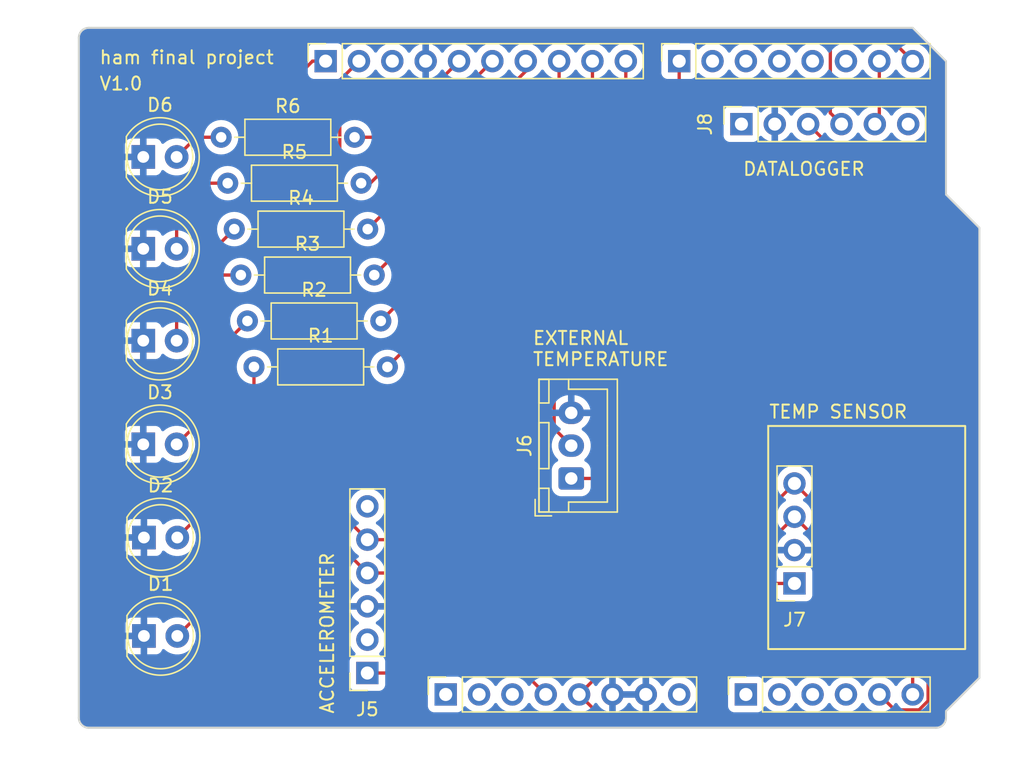
<source format=kicad_pcb>
(kicad_pcb (version 20240108) (generator "pcbnew") (generator_version "8.0")
  (title_block (date "mar. 31 mars 2015"))
  (layers (0 "F.Cu" signal) (31 "B.Cu" signal) (34 "B.Paste" user) (35 "F.Paste" user) (36 "B.SilkS" user "B.Silkscreen") (37 "F.SilkS" user "F.Silkscreen") (38 "B.Mask" user) (39 "F.Mask" user) (44 "Edge.Cuts" user))
  (net 0 "")
  (net 1 "GND")
  (net 3 "+5V")
  (net 4 "/IOREF")
  (net 5 "/A0")
  (net 6 "/A1")
  (net 7 "/A2")
  (net 8 "/A3")
  (net 9 "/SDA{slash}A4")
  (net 10 "/SCL{slash}A5")
  (net 11 "Net-(D1-A)")
  (net 12 "Net-(D2-A)")
  (net 13 "/AREF")
  (net 14 "Net-(D3-A)")
  (net 15 "Net-(D4-A)")
  (net 16 "Net-(D5-A)")
  (net 17 "Net-(D6-A)")
  (net 18 "/LED_4")
  (net 19 "/4")
  (net 20 "/2")
  (net 21 "/LED_5")
  (net 22 "/LED_6")
  (net 23 "/TX{slash}1")
  (net 24 "/*3")
  (net 25 "/RX{slash}0")
  (net 26 "+3V3")
  (net 27 "VCC")
  (net 28 "/~{RESET}")
  (net 29 "/LED_3")
  (net 30 "/LED_1")
  (net 31 "/LED_2")
  (net 32 "/TEMP_EXT")
  (net 33 "/6")
  (net 34 "/5")
  (footprint "Connector_PinSocket_2.54mm:PinSocket_1x08_P2.54mm_Vertical" (layer "F.Cu") (at 127.94 97.46 90)
    (property "Reference" "J1" (hide yes))
    (property "Value" "Power")
    (fp_line (start 1.33 -1.33) (end 1.33 0) (stroke (width 0.12)) (layer "F.SilkS"))
    (fp_line (start 0 -1.33) (end 1.33 -1.33) (stroke (width 0.12)) (layer "F.SilkS"))
    (fp_line (start 1.33 1.27) (end 1.33 19.11) (stroke (width 0.12)) (layer "F.SilkS"))
    (fp_line (start -1.33 1.27) (end 1.33 1.27) (stroke (width 0.12)) (layer "F.SilkS"))
    (fp_line (start -1.33 1.27) (end -1.33 19.11) (stroke (width 0.12)) (layer "F.SilkS"))
    (fp_line (start -1.33 19.11) (end 1.33 19.11) (stroke (width 0.12)) (layer "F.SilkS"))
    (pad "1" thru_hole rect (at 0 0 90) (size 1.7 1.7) (drill 1) (layers "*.Cu" "*.Mask"))
    (pad "2" thru_hole oval (at 0 2.54 90) (size 1.7 1.7) (drill 1) (layers "*.Cu" "*.Mask") (net 4 "/IOREF"))
    (pad "3" thru_hole oval (at 0 5.08 90) (size 1.7 1.7) (drill 1) (layers "*.Cu" "*.Mask") (net 28 "/~{RESET}"))
    (pad "4" thru_hole oval (at 0 7.62 90) (size 1.7 1.7) (drill 1) (layers "*.Cu" "*.Mask") (net 26 "+3V3"))
    (pad "5" thru_hole oval (at 0 10.16 90) (size 1.7 1.7) (drill 1) (layers "*.Cu" "*.Mask") (net 3 "+5V"))
    (pad "6" thru_hole oval (at 0 12.7 90) (size 1.7 1.7) (drill 1) (layers "*.Cu" "*.Mask") (net 1 "GND"))
    (pad "7" thru_hole oval (at 0 15.24 90) (size 1.7 1.7) (drill 1) (layers "*.Cu" "*.Mask") (net 1 "GND"))
    (pad "8" thru_hole oval (at 0 17.78 90) (size 1.7 1.7) (drill 1) (layers "*.Cu" "*.Mask") (net 27 "VCC"))
  )
  (footprint "Connector_PinSocket_2.54mm:PinSocket_1x06_P2.54mm_Vertical" (layer "F.Cu") (at 150.8 97.46 90)
    (property "Reference" "J3" (hide yes))
    (property "Value" "Analog")
    (fp_line (start 1.33 -1.33) (end 1.33 0) (stroke (width 0.12)) (layer "F.SilkS"))
    (fp_line (start 0 -1.33) (end 1.33 -1.33) (stroke (width 0.12)) (layer "F.SilkS"))
    (fp_line (start 1.33 1.27) (end 1.33 14.03) (stroke (width 0.12)) (layer "F.SilkS"))
    (fp_line (start -1.33 1.27) (end 1.33 1.27) (stroke (width 0.12)) (layer "F.SilkS"))
    (fp_line (start -1.33 1.27) (end -1.33 14.03) (stroke (width 0.12)) (layer "F.SilkS"))
    (fp_line (start -1.33 14.03) (end 1.33 14.03) (stroke (width 0.12)) (layer "F.SilkS"))
    (pad "1" thru_hole rect (at 0 0 90) (size 1.7 1.7) (drill 1) (layers "*.Cu" "*.Mask") (net 5 "/A0"))
    (pad "2" thru_hole oval (at 0 2.54 90) (size 1.7 1.7) (drill 1) (layers "*.Cu" "*.Mask") (net 6 "/A1"))
    (pad "3" thru_hole oval (at 0 5.08 90) (size 1.7 1.7) (drill 1) (layers "*.Cu" "*.Mask") (net 7 "/A2"))
    (pad "4" thru_hole oval (at 0 7.62 90) (size 1.7 1.7) (drill 1) (layers "*.Cu" "*.Mask") (net 8 "/A3"))
    (pad "5" thru_hole oval (at 0 10.16 90) (size 1.7 1.7) (drill 1) (layers "*.Cu" "*.Mask") (net 9 "/SDA{slash}A4"))
    (pad "6" thru_hole oval (at 0 12.7 90) (size 1.7 1.7) (drill 1) (layers "*.Cu" "*.Mask") (net 10 "/SCL{slash}A5"))
  )
  (footprint "Connector_PinSocket_2.54mm:PinSocket_1x10_P2.54mm_Vertical" (layer "F.Cu") (at 118.796 49.2 90)
    (property "Reference" "J2" (hide yes))
    (property "Value" "Digital/PWM")
    (fp_line (start 1.33 -1.33) (end 1.33 0) (stroke (width 0.12)) (layer "F.SilkS"))
    (fp_line (start 0 -1.33) (end 1.33 -1.33) (stroke (width 0.12)) (layer "F.SilkS"))
    (fp_line (start 1.33 1.27) (end 1.33 24.19) (stroke (width 0.12)) (layer "F.SilkS"))
    (fp_line (start -1.33 1.27) (end 1.33 1.27) (stroke (width 0.12)) (layer "F.SilkS"))
    (fp_line (start -1.33 1.27) (end -1.33 24.19) (stroke (width 0.12)) (layer "F.SilkS"))
    (fp_line (start -1.33 24.19) (end 1.33 24.19) (stroke (width 0.12)) (layer "F.SilkS"))
    (pad "1" thru_hole rect (at 0 0 90) (size 1.7 1.7) (drill 1) (layers "*.Cu" "*.Mask") (net 10 "/SCL{slash}A5"))
    (pad "2" thru_hole oval (at 0 2.54 90) (size 1.7 1.7) (drill 1) (layers "*.Cu" "*.Mask") (net 9 "/SDA{slash}A4"))
    (pad "3" thru_hole oval (at 0 5.08 90) (size 1.7 1.7) (drill 1) (layers "*.Cu" "*.Mask") (net 13 "/AREF"))
    (pad "4" thru_hole oval (at 0 7.62 90) (size 1.7 1.7) (drill 1) (layers "*.Cu" "*.Mask") (net 1 "GND"))
    (pad "5" thru_hole oval (at 0 10.16 90) (size 1.7 1.7) (drill 1) (layers "*.Cu" "*.Mask") (net 22 "/LED_6"))
    (pad "6" thru_hole oval (at 0 12.7 90) (size 1.7 1.7) (drill 1) (layers "*.Cu" "*.Mask") (net 21 "/LED_5"))
    (pad "7" thru_hole oval (at 0 15.24 90) (size 1.7 1.7) (drill 1) (layers "*.Cu" "*.Mask") (net 18 "/LED_4"))
    (pad "8" thru_hole oval (at 0 17.78 90) (size 1.7 1.7) (drill 1) (layers "*.Cu" "*.Mask") (net 29 "/LED_3"))
    (pad "9" thru_hole oval (at 0 20.32 90) (size 1.7 1.7) (drill 1) (layers "*.Cu" "*.Mask") (net 31 "/LED_2"))
    (pad "10" thru_hole oval (at 0 22.86 90) (size 1.7 1.7) (drill 1) (layers "*.Cu" "*.Mask") (net 30 "/LED_1"))
  )
  (footprint "Connector_PinSocket_2.54mm:PinSocket_1x08_P2.54mm_Vertical" (layer "F.Cu") (at 145.72 49.2 90)
    (property "Reference" "J4" (hide yes))
    (property "Value" "Digital/PWM")
    (fp_line (start 1.33 -1.33) (end 1.33 0) (stroke (width 0.12)) (layer "F.SilkS"))
    (fp_line (start 0 -1.33) (end 1.33 -1.33) (stroke (width 0.12)) (layer "F.SilkS"))
    (fp_line (start 1.33 1.27) (end 1.33 19.11) (stroke (width 0.12)) (layer "F.SilkS"))
    (fp_line (start -1.33 1.27) (end 1.33 1.27) (stroke (width 0.12)) (layer "F.SilkS"))
    (fp_line (start -1.33 1.27) (end -1.33 19.11) (stroke (width 0.12)) (layer "F.SilkS"))
    (fp_line (start -1.33 19.11) (end 1.33 19.11) (stroke (width 0.12)) (layer "F.SilkS"))
    (pad "1" thru_hole rect (at 0 0 90) (size 1.7 1.7) (drill 1) (layers "*.Cu" "*.Mask") (net 32 "/TEMP_EXT"))
    (pad "2" thru_hole oval (at 0 2.54 90) (size 1.7 1.7) (drill 1) (layers "*.Cu" "*.Mask") (net 33 "/6"))
    (pad "3" thru_hole oval (at 0 5.08 90) (size 1.7 1.7) (drill 1) (layers "*.Cu" "*.Mask") (net 34 "/5"))
    (pad "4" thru_hole oval (at 0 7.62 90) (size 1.7 1.7) (drill 1) (layers "*.Cu" "*.Mask") (net 19 "/4"))
    (pad "5" thru_hole oval (at 0 10.16 90) (size 1.7 1.7) (drill 1) (layers "*.Cu" "*.Mask") (net 24 "/*3"))
    (pad "6" thru_hole oval (at 0 12.7 90) (size 1.7 1.7) (drill 1) (layers "*.Cu" "*.Mask") (net 20 "/2"))
    (pad "7" thru_hole oval (at 0 15.24 90) (size 1.7 1.7) (drill 1) (layers "*.Cu" "*.Mask") (net 23 "/TX{slash}1"))
    (pad "8" thru_hole oval (at 0 17.78 90) (size 1.7 1.7) (drill 1) (layers "*.Cu" "*.Mask") (net 25 "/RX{slash}0"))
  )
  (footprint "Connector_PinSocket_2.54mm:PinSocket_1x06_P2.54mm_Vertical" (layer "F.Cu") (at 121.975 95.825 180)
    (property "Reference" "J5" (at 0 -2.77 0) (layer "F.SilkS"))
    (property "Value" "Conn_01x06")
    (fp_line (start 1.33 1.27) (end 1.33 14.03) (stroke (width 0.12)) (layer "F.SilkS"))
    (fp_line (start 1.33 -1.33) (end 1.33 0) (stroke (width 0.12)) (layer "F.SilkS"))
    (fp_line (start 0 -1.33) (end 1.33 -1.33) (stroke (width 0.12)) (layer "F.SilkS"))
    (fp_line (start -1.33 14.03) (end 1.33 14.03) (stroke (width 0.12)) (layer "F.SilkS"))
    (fp_line (start -1.33 1.27) (end 1.33 1.27) (stroke (width 0.12)) (layer "F.SilkS"))
    (fp_line (start -1.33 1.27) (end -1.33 14.03) (stroke (width 0.12)) (layer "F.SilkS"))
    (pad "1" thru_hole rect (at 0 0 180) (size 1.7 1.7) (drill 1) (layers "*.Cu" "*.Mask") (net 26 "+3V3"))
    (pad "2" thru_hole oval (at 0 2.54 180) (size 1.7 1.7) (drill 1) (layers "*.Cu" "*.Mask"))
    (pad "3" thru_hole oval (at 0 5.08 180) (size 1.7 1.7) (drill 1) (layers "*.Cu" "*.Mask") (net 1 "GND"))
    (pad "4" thru_hole oval (at 0 7.62 180) (size 1.7 1.7) (drill 1) (layers "*.Cu" "*.Mask") (net 10 "/SCL{slash}A5"))
    (pad "5" thru_hole oval (at 0 10.16 180) (size 1.7 1.7) (drill 1) (layers "*.Cu" "*.Mask") (net 9 "/SDA{slash}A4"))
    (pad "6" thru_hole oval (at 0 12.7 180) (size 1.7 1.7) (drill 1) (layers "*.Cu" "*.Mask"))
  )
  (footprint "Connector_JST:JST_XH_B3B-XH-A_1x03_P2.50mm_Vertical" (layer "F.Cu") (at 137.5 81 90)
    (property "Reference" "J6" (at 2.5 -3.55 90) (layer "F.SilkS"))
    (property "Value" "Conn_01x03")
    (fp_line (start -1.6 -2.75) (end -2.85 -2.75) (stroke (width 0.12)) (layer "F.SilkS"))
    (fp_line (start -2.85 -2.75) (end -2.85 -1.5) (stroke (width 0.12)) (layer "F.SilkS"))
    (fp_line (start 7.56 -2.46) (end -2.56 -2.46) (stroke (width 0.12)) (layer "F.SilkS"))
    (fp_line (start -2.56 -2.46) (end -2.56 3.51) (stroke (width 0.12)) (layer "F.SilkS"))
    (fp_line (start 7.55 -2.45) (end 5.75 -2.45) (stroke (width 0.12)) (layer "F.SilkS"))
    (fp_line (start 5.75 -2.45) (end 5.75 -1.7) (stroke (width 0.12)) (layer "F.SilkS"))
    (fp_line (start 4.25 -2.45) (end 0.75 -2.45) (stroke (width 0.12)) (layer "F.SilkS"))
    (fp_line (start 0.75 -2.45) (end 0.75 -1.7) (stroke (width 0.12)) (layer "F.SilkS"))
    (fp_line (start -0.75 -2.45) (end -2.55 -2.45) (stroke (width 0.12)) (layer "F.SilkS"))
    (fp_line (start -2.55 -2.45) (end -2.55 -1.7) (stroke (width 0.12)) (layer "F.SilkS"))
    (fp_line (start 7.55 -1.7) (end 7.55 -2.45) (stroke (width 0.12)) (layer "F.SilkS"))
    (fp_line (start 5.75 -1.7) (end 7.55 -1.7) (stroke (width 0.12)) (layer "F.SilkS"))
    (fp_line (start 4.25 -1.7) (end 4.25 -2.45) (stroke (width 0.12)) (layer "F.SilkS"))
    (fp_line (start 0.75 -1.7) (end 4.25 -1.7) (stroke (width 0.12)) (layer "F.SilkS"))
    (fp_line (start -0.75 -1.7) (end -0.75 -2.45) (stroke (width 0.12)) (layer "F.SilkS"))
    (fp_line (start -2.55 -1.7) (end -0.75 -1.7) (stroke (width 0.12)) (layer "F.SilkS"))
    (fp_line (start 7.55 -0.2) (end 6.8 -0.2) (stroke (width 0.12)) (layer "F.SilkS"))
    (fp_line (start 6.8 -0.2) (end 6.8 2.75) (stroke (width 0.12)) (layer "F.SilkS"))
    (fp_line (start -1.8 -0.2) (end -1.8 2.75) (stroke (width 0.12)) (layer "F.SilkS"))
    (fp_line (start -2.55 -0.2) (end -1.8 -0.2) (stroke (width 0.12)) (layer "F.SilkS"))
    (fp_line (start 6.8 2.75) (end 2.5 2.75) (stroke (width 0.12)) (layer "F.SilkS"))
    (fp_line (start -1.8 2.75) (end 2.5 2.75) (stroke (width 0.12)) (layer "F.SilkS"))
    (fp_line (start 7.56 3.51) (end 7.56 -2.46) (stroke (width 0.12)) (layer "F.SilkS"))
    (fp_line (start -2.56 3.51) (end 7.56 3.51) (stroke (width 0.12)) (layer "F.SilkS"))
    (pad "1" thru_hole roundrect (at 0 0 90) (size 1.7 1.95) (drill 0.95) (layers "*.Cu" "*.Mask") (roundrect_rratio 0.147059) (net 3 "+5V"))
    (pad "2" thru_hole oval (at 2.5 0 90) (size 1.7 1.95) (drill 0.95) (layers "*.Cu" "*.Mask") (net 32 "/TEMP_EXT"))
    (pad "3" thru_hole oval (at 5 0 90) (size 1.7 1.95) (drill 0.95) (layers "*.Cu" "*.Mask") (net 1 "GND"))
  )
  (footprint "Resistor_THT:R_Axial_DIN0207_L6.3mm_D2.5mm_P10.16mm_Horizontal" (layer "F.Cu") (at 112.34 65.5)
    (property "Reference" "R3" (at 5.08 -2.37 0) (layer "F.SilkS"))
    (property "Value" "1000")
    (fp_line (start 1.04 0) (end 1.81 0) (stroke (width 0.12)) (layer "F.SilkS"))
    (fp_line (start 1.81 -1.37) (end 1.81 1.37) (stroke (width 0.12)) (layer "F.SilkS"))
    (fp_line (start 1.81 1.37) (end 8.35 1.37) (stroke (width 0.12)) (layer "F.SilkS"))
    (fp_line (start 8.35 -1.37) (end 1.81 -1.37) (stroke (width 0.12)) (layer "F.SilkS"))
    (fp_line (start 8.35 1.37) (end 8.35 -1.37) (stroke (width 0.12)) (layer "F.SilkS"))
    (fp_line (start 9.12 0) (end 8.35 0) (stroke (width 0.12)) (layer "F.SilkS"))
    (pad "1" thru_hole circle (at 0 0) (size 1.6 1.6) (drill 0.8) (layers "*.Cu" "*.Mask") (net 14 "Net-(D3-A)"))
    (pad "2" thru_hole oval (at 10.16 0) (size 1.6 1.6) (drill 0.8) (layers "*.Cu" "*.Mask") (net 29 "/LED_3"))
  )
  (footprint "Resistor_THT:R_Axial_DIN0207_L6.3mm_D2.5mm_P10.16mm_Horizontal" (layer "F.Cu") (at 113.34 72.5)
    (property "Reference" "R1" (at 5.08 -2.37 0) (layer "F.SilkS"))
    (property "Value" "1000")
    (fp_line (start 1.04 0) (end 1.81 0) (stroke (width 0.12)) (layer "F.SilkS"))
    (fp_line (start 1.81 -1.37) (end 1.81 1.37) (stroke (width 0.12)) (layer "F.SilkS"))
    (fp_line (start 1.81 1.37) (end 8.35 1.37) (stroke (width 0.12)) (layer "F.SilkS"))
    (fp_line (start 8.35 -1.37) (end 1.81 -1.37) (stroke (width 0.12)) (layer "F.SilkS"))
    (fp_line (start 8.35 1.37) (end 8.35 -1.37) (stroke (width 0.12)) (layer "F.SilkS"))
    (fp_line (start 9.12 0) (end 8.35 0) (stroke (width 0.12)) (layer "F.SilkS"))
    (pad "1" thru_hole circle (at 0 0) (size 1.6 1.6) (drill 0.8) (layers "*.Cu" "*.Mask") (net 11 "Net-(D1-A)"))
    (pad "2" thru_hole oval (at 10.16 0) (size 1.6 1.6) (drill 0.8) (layers "*.Cu" "*.Mask") (net 30 "/LED_1"))
  )
  (footprint "Resistor_THT:R_Axial_DIN0207_L6.3mm_D2.5mm_P10.16mm_Horizontal" (layer "F.Cu") (at 111.34 58.5)
    (property "Reference" "R5" (at 5.08 -2.37 0) (layer "F.SilkS"))
    (property "Value" "1000")
    (fp_line (start 1.04 0) (end 1.81 0) (stroke (width 0.12)) (layer "F.SilkS"))
    (fp_line (start 1.81 -1.37) (end 1.81 1.37) (stroke (width 0.12)) (layer "F.SilkS"))
    (fp_line (start 1.81 1.37) (end 8.35 1.37) (stroke (width 0.12)) (layer "F.SilkS"))
    (fp_line (start 8.35 -1.37) (end 1.81 -1.37) (stroke (width 0.12)) (layer "F.SilkS"))
    (fp_line (start 8.35 1.37) (end 8.35 -1.37) (stroke (width 0.12)) (layer "F.SilkS"))
    (fp_line (start 9.12 0) (end 8.35 0) (stroke (width 0.12)) (layer "F.SilkS"))
    (pad "1" thru_hole circle (at 0 0) (size 1.6 1.6) (drill 0.8) (layers "*.Cu" "*.Mask") (net 16 "Net-(D5-A)"))
    (pad "2" thru_hole oval (at 10.16 0) (size 1.6 1.6) (drill 0.8) (layers "*.Cu" "*.Mask") (net 21 "/LED_5"))
  )
  (footprint "LED_THT:LED_D5.0mm" (layer "F.Cu") (at 104.91 78.4)
    (property "Reference" "D3" (at 1.27 -3.96 0) (layer "F.SilkS"))
    (property "Value" "LED")
    (fp_line (start -1.29 -1.545) (end -1.29 1.545) (stroke (width 0.12)) (layer "F.SilkS"))
    (fp_arc (start -1.29 -1.54483) (mid 2.071756 -2.880501) (end 4.26 -0.000048) (stroke (width 0.12)) (layer "F.SilkS"))
    (fp_arc (start 4.26 0.000048) (mid 2.071756 2.880501) (end -1.29 1.54483) (stroke (width 0.12)) (layer "F.SilkS"))
    (fp_circle (center 1.27 0) (end 3.77 0) (stroke (width 0.12)) (fill none) (layer "F.SilkS"))
    (pad "1" thru_hole rect (at 0 0) (size 1.8 1.8) (drill 0.9) (layers "*.Cu" "*.Mask") (net 1 "GND"))
    (pad "2" thru_hole circle (at 2.54 0) (size 1.8 1.8) (drill 0.9) (layers "*.Cu" "*.Mask") (net 14 "Net-(D3-A)"))
  )
  (footprint "LED_THT:LED_D5.0mm" (layer "F.Cu") (at 104.96 85.5)
    (property "Reference" "D2" (at 1.27 -3.96 0) (layer "F.SilkS"))
    (property "Value" "LED")
    (fp_line (start -1.29 -1.545) (end -1.29 1.545) (stroke (width 0.12)) (layer "F.SilkS"))
    (fp_arc (start -1.29 -1.54483) (mid 2.071756 -2.880501) (end 4.26 -0.000048) (stroke (width 0.12)) (layer "F.SilkS"))
    (fp_arc (start 4.26 0.000048) (mid 2.071756 2.880501) (end -1.29 1.54483) (stroke (width 0.12)) (layer "F.SilkS"))
    (fp_circle (center 1.27 0) (end 3.77 0) (stroke (width 0.12)) (fill none) (layer "F.SilkS"))
    (pad "1" thru_hole rect (at 0 0) (size 1.8 1.8) (drill 0.9) (layers "*.Cu" "*.Mask") (net 1 "GND"))
    (pad "2" thru_hole circle (at 2.54 0) (size 1.8 1.8) (drill 0.9) (layers "*.Cu" "*.Mask") (net 12 "Net-(D2-A)"))
  )
  (footprint "LED_THT:LED_D5.0mm" (layer "F.Cu") (at 104.91 70.5)
    (property "Reference" "D4" (at 1.27 -3.96 0) (layer "F.SilkS"))
    (property "Value" "LED")
    (fp_line (start -1.29 -1.545) (end -1.29 1.545) (stroke (width 0.12)) (layer "F.SilkS"))
    (fp_arc (start -1.29 -1.54483) (mid 2.071756 -2.880501) (end 4.26 -0.000048) (stroke (width 0.12)) (layer "F.SilkS"))
    (fp_arc (start 4.26 0.000048) (mid 2.071756 2.880501) (end -1.29 1.54483) (stroke (width 0.12)) (layer "F.SilkS"))
    (fp_circle (center 1.27 0) (end 3.77 0) (stroke (width 0.12)) (fill none) (layer "F.SilkS"))
    (pad "1" thru_hole rect (at 0 0) (size 1.8 1.8) (drill 0.9) (layers "*.Cu" "*.Mask") (net 1 "GND"))
    (pad "2" thru_hole circle (at 2.54 0) (size 1.8 1.8) (drill 0.9) (layers "*.Cu" "*.Mask") (net 15 "Net-(D4-A)"))
  )
  (footprint "Connector_PinSocket_2.54mm:PinSocket_1x04_P2.54mm_Vertical" (layer "F.Cu") (at 154.5 89 180)
    (property "Reference" "J7" (at 0 -2.77 0) (layer "F.SilkS"))
    (property "Value" "Conn_01x04")
    (fp_line (start 1.33 1.27) (end 1.33 8.95) (stroke (width 0.12)) (layer "F.SilkS"))
    (fp_line (start 1.33 -1.33) (end 1.33 0) (stroke (width 0.12)) (layer "F.SilkS"))
    (fp_line (start 0 -1.33) (end 1.33 -1.33) (stroke (width 0.12)) (layer "F.SilkS"))
    (fp_line (start -1.33 8.95) (end 1.33 8.95) (stroke (width 0.12)) (layer "F.SilkS"))
    (fp_line (start -1.33 1.27) (end 1.33 1.27) (stroke (width 0.12)) (layer "F.SilkS"))
    (fp_line (start -1.33 1.27) (end -1.33 8.95) (stroke (width 0.12)) (layer "F.SilkS"))
    (pad "1" thru_hole rect (at 0 0 180) (size 1.7 1.7) (drill 1) (layers "*.Cu" "*.Mask") (net 3 "+5V"))
    (pad "2" thru_hole oval (at 0 2.54 180) (size 1.7 1.7) (drill 1) (layers "*.Cu" "*.Mask") (net 1 "GND"))
    (pad "3" thru_hole oval (at 0 5.08 180) (size 1.7 1.7) (drill 1) (layers "*.Cu" "*.Mask") (net 10 "/SCL{slash}A5"))
    (pad "4" thru_hole oval (at 0 7.62 180) (size 1.7 1.7) (drill 1) (layers "*.Cu" "*.Mask") (net 9 "/SDA{slash}A4"))
  )
  (footprint "Resistor_THT:R_Axial_DIN0207_L6.3mm_D2.5mm_P10.16mm_Horizontal" (layer "F.Cu") (at 111.84 62)
    (property "Reference" "R4" (at 5.08 -2.37 0) (layer "F.SilkS"))
    (property "Value" "1000")
    (fp_line (start 1.04 0) (end 1.81 0) (stroke (width 0.12)) (layer "F.SilkS"))
    (fp_line (start 1.81 -1.37) (end 1.81 1.37) (stroke (width 0.12)) (layer "F.SilkS"))
    (fp_line (start 1.81 1.37) (end 8.35 1.37) (stroke (width 0.12)) (layer "F.SilkS"))
    (fp_line (start 8.35 -1.37) (end 1.81 -1.37) (stroke (width 0.12)) (layer "F.SilkS"))
    (fp_line (start 8.35 1.37) (end 8.35 -1.37) (stroke (width 0.12)) (layer "F.SilkS"))
    (fp_line (start 9.12 0) (end 8.35 0) (stroke (width 0.12)) (layer "F.SilkS"))
    (pad "1" thru_hole circle (at 0 0) (size 1.6 1.6) (drill 0.8) (layers "*.Cu" "*.Mask") (net 15 "Net-(D4-A)"))
    (pad "2" thru_hole oval (at 10.16 0) (size 1.6 1.6) (drill 0.8) (layers "*.Cu" "*.Mask") (net 18 "/LED_4"))
  )
  (footprint "LED_THT:LED_D5.0mm" (layer "F.Cu") (at 104.91 63.5)
    (property "Reference" "D5" (at 1.27 -3.96 0) (layer "F.SilkS"))
    (property "Value" "LED")
    (fp_line (start -1.29 -1.545) (end -1.29 1.545) (stroke (width 0.12)) (layer "F.SilkS"))
    (fp_arc (start -1.29 -1.54483) (mid 2.071756 -2.880501) (end 4.26 -0.000048) (stroke (width 0.12)) (layer "F.SilkS"))
    (fp_arc (start 4.26 0.000048) (mid 2.071756 2.880501) (end -1.29 1.54483) (stroke (width 0.12)) (layer "F.SilkS"))
    (fp_circle (center 1.27 0) (end 3.77 0) (stroke (width 0.12)) (fill none) (layer "F.SilkS"))
    (pad "1" thru_hole rect (at 0 0) (size 1.8 1.8) (drill 0.9) (layers "*.Cu" "*.Mask") (net 1 "GND"))
    (pad "2" thru_hole circle (at 2.54 0) (size 1.8 1.8) (drill 0.9) (layers "*.Cu" "*.Mask") (net 16 "Net-(D5-A)"))
  )
  (footprint "LED_THT:LED_D5.0mm" (layer "F.Cu") (at 104.96 93)
    (property "Reference" "D1" (at 1.27 -3.96 0) (layer "F.SilkS"))
    (property "Value" "LED")
    (fp_line (start -1.29 -1.545) (end -1.29 1.545) (stroke (width 0.12)) (layer "F.SilkS"))
    (fp_arc (start -1.29 -1.54483) (mid 2.071756 -2.880501) (end 4.26 -0.000048) (stroke (width 0.12)) (layer "F.SilkS"))
    (fp_arc (start 4.26 0.000048) (mid 2.071756 2.880501) (end -1.29 1.54483) (stroke (width 0.12)) (layer "F.SilkS"))
    (fp_circle (center 1.27 0) (end 3.77 0) (stroke (width 0.12)) (fill none) (layer "F.SilkS"))
    (pad "1" thru_hole rect (at 0 0) (size 1.8 1.8) (drill 0.9) (layers "*.Cu" "*.Mask") (net 1 "GND"))
    (pad "2" thru_hole circle (at 2.54 0) (size 1.8 1.8) (drill 0.9) (layers "*.Cu" "*.Mask") (net 11 "Net-(D1-A)"))
  )
  (footprint "Resistor_THT:R_Axial_DIN0207_L6.3mm_D2.5mm_P10.16mm_Horizontal" (layer "F.Cu") (at 112.84 69)
    (property "Reference" "R2" (at 5.08 -2.37 0) (layer "F.SilkS"))
    (property "Value" "1000")
    (fp_line (start 1.04 0) (end 1.81 0) (stroke (width 0.12)) (layer "F.SilkS"))
    (fp_line (start 1.81 -1.37) (end 1.81 1.37) (stroke (width 0.12)) (layer "F.SilkS"))
    (fp_line (start 1.81 1.37) (end 8.35 1.37) (stroke (width 0.12)) (layer "F.SilkS"))
    (fp_line (start 8.35 -1.37) (end 1.81 -1.37) (stroke (width 0.12)) (layer "F.SilkS"))
    (fp_line (start 8.35 1.37) (end 8.35 -1.37) (stroke (width 0.12)) (layer "F.SilkS"))
    (fp_line (start 9.12 0) (end 8.35 0) (stroke (width 0.12)) (layer "F.SilkS"))
    (pad "1" thru_hole circle (at 0 0) (size 1.6 1.6) (drill 0.8) (layers "*.Cu" "*.Mask") (net 12 "Net-(D2-A)"))
    (pad "2" thru_hole oval (at 10.16 0) (size 1.6 1.6) (drill 0.8) (layers "*.Cu" "*.Mask") (net 31 "/LED_2"))
  )
  (footprint "LED_THT:LED_D5.0mm" (layer "F.Cu") (at 104.91 56.5)
    (property "Reference" "D6" (at 1.27 -3.96 0) (layer "F.SilkS"))
    (property "Value" "LED")
    (fp_line (start -1.29 -1.545) (end -1.29 1.545) (stroke (width 0.12)) (layer "F.SilkS"))
    (fp_arc (start -1.29 -1.54483) (mid 2.071756 -2.880501) (end 4.26 -0.000048) (stroke (width 0.12)) (layer "F.SilkS"))
    (fp_arc (start 4.26 0.000048) (mid 2.071756 2.880501) (end -1.29 1.54483) (stroke (width 0.12)) (layer "F.SilkS"))
    (fp_circle (center 1.27 0) (end 3.77 0) (stroke (width 0.12)) (fill none) (layer "F.SilkS"))
    (pad "1" thru_hole rect (at 0 0) (size 1.8 1.8) (drill 0.9) (layers "*.Cu" "*.Mask") (net 1 "GND"))
    (pad "2" thru_hole circle (at 2.54 0) (size 1.8 1.8) (drill 0.9) (layers "*.Cu" "*.Mask") (net 17 "Net-(D6-A)"))
  )
  (footprint "Resistor_THT:R_Axial_DIN0207_L6.3mm_D2.5mm_P10.16mm_Horizontal" (layer "F.Cu") (at 110.84 55)
    (property "Reference" "R6" (at 5.08 -2.37 0) (layer "F.SilkS"))
    (property "Value" "1000")
    (fp_line (start 1.04 0) (end 1.81 0) (stroke (width 0.12)) (layer "F.SilkS"))
    (fp_line (start 1.81 -1.37) (end 1.81 1.37) (stroke (width 0.12)) (layer "F.SilkS"))
    (fp_line (start 1.81 1.37) (end 8.35 1.37) (stroke (width 0.12)) (layer "F.SilkS"))
    (fp_line (start 8.35 -1.37) (end 1.81 -1.37) (stroke (width 0.12)) (layer "F.SilkS"))
    (fp_line (start 8.35 1.37) (end 8.35 -1.37) (stroke (width 0.12)) (layer "F.SilkS"))
    (fp_line (start 9.12 0) (end 8.35 0) (stroke (width 0.12)) (layer "F.SilkS"))
    (pad "1" thru_hole circle (at 0 0) (size 1.6 1.6) (drill 0.8) (layers "*.Cu" "*.Mask") (net 17 "Net-(D6-A)"))
    (pad "2" thru_hole oval (at 10.16 0) (size 1.6 1.6) (drill 0.8) (layers "*.Cu" "*.Mask") (net 22 "/LED_6"))
  )
  (footprint "Connector_PinSocket_2.54mm:PinSocket_1x06_P2.54mm_Vertical" (layer "F.Cu") (at 150.46 54 90)
    (property "Reference" "J8" (at 0 -2.77 90) (layer "F.SilkS"))
    (property "Value" "Conn_01x06")
    (fp_line (start 1.33 -1.33) (end 1.33 0) (stroke (width 0.12)) (layer "F.SilkS"))
    (fp_line (start 0 -1.33) (end 1.33 -1.33) (stroke (width 0.12)) (layer "F.SilkS"))
    (fp_line (start 1.33 1.27) (end 1.33 14.03) (stroke (width 0.12)) (layer "F.SilkS"))
    (fp_line (start -1.33 1.27) (end 1.33 1.27) (stroke (width 0.12)) (layer "F.SilkS"))
    (fp_line (start -1.33 1.27) (end -1.33 14.03) (stroke (width 0.12)) (layer "F.SilkS"))
    (fp_line (start -1.33 14.03) (end 1.33 14.03) (stroke (width 0.12)) (layer "F.SilkS"))
    (pad "1" thru_hole rect (at 0 0 90) (size 1.7 1.7) (drill 1) (layers "*.Cu" "*.Mask"))
    (pad "2" thru_hole oval (at 0 2.54 90) (size 1.7 1.7) (drill 1) (layers "*.Cu" "*.Mask") (net 1 "GND"))
    (pad "3" thru_hole oval (at 0 5.08 90) (size 1.7 1.7) (drill 1) (layers "*.Cu" "*.Mask") (net 3 "+5V"))
    (pad "4" thru_hole oval (at 0 7.62 90) (size 1.7 1.7) (drill 1) (layers "*.Cu" "*.Mask") (net 25 "/RX{slash}0"))
    (pad "5" thru_hole oval (at 0 10.16 90) (size 1.7 1.7) (drill 1) (layers "*.Cu" "*.Mask") (net 23 "/TX{slash}1"))
    (pad "6" thru_hole oval (at 0 12.7 90) (size 1.7 1.7) (drill 1) (layers "*.Cu" "*.Mask"))
  )
  (gr_rect (start 152.5 77) (end 167.5 94) (stroke (width 0.15)) (fill none) (layer "F.SilkS"))
  (gr_line (start 166.04 59.36) (end 168.58 61.9) (stroke (width 0.15)) (layer "Edge.Cuts"))
  (gr_line (start 100 99.238) (end 100 47.422) (stroke (width 0.15)) (layer "Edge.Cuts"))
  (gr_line (start 168.58 61.9) (end 168.58 96.19) (stroke (width 0.15)) (layer "Edge.Cuts"))
  (gr_line (start 165.278 100) (end 100.762 100) (stroke (width 0.15)) (layer "Edge.Cuts"))
  (gr_line (start 100.762 46.66) (end 163.5 46.66) (stroke (width 0.15)) (layer "Edge.Cuts"))
  (gr_arc (start 100.762 100) (mid 100.223185 99.776815) (end 100 99.238) (stroke (width 0.15)) (layer "Edge.Cuts"))
  (gr_line (start 168.58 96.19) (end 166.04 98.73) (stroke (width 0.15)) (layer "Edge.Cuts"))
  (gr_line (start 163.5 46.66) (end 166.04 49.2) (stroke (width 0.15)) (layer "Edge.Cuts"))
  (gr_arc (start 166.04 99.238) (mid 165.816815 99.776815) (end 165.278 100) (stroke (width 0.15)) (layer "Edge.Cuts"))
  (gr_line (start 166.04 49.2) (end 166.04 59.36) (stroke (width 0.15)) (layer "Edge.Cuts"))
  (gr_line (start 166.04 98.73) (end 166.04 99.238) (stroke (width 0.15)) (layer "Edge.Cuts"))
  (gr_arc (start 100 47.422) (mid 100.223185 46.883185) (end 100.762 46.66) (stroke (width 0.15)) (layer "Edge.Cuts"))
  (gr_text "ACCELEROMETER" (at 119.5 99 90) (layer "F.SilkS") (effects (font (size 1 1)) (justify left bottom)))
  (gr_text "DATALOGGER\n" (at 150.5 58 0) (layer "F.SilkS") (effects (font (size 1 1)) (justify left bottom)))
  (gr_text "V1.0" (at 101.5 51.5 0) (layer "F.SilkS") (effects (font (size 1 1)) (justify left bottom)))
  (gr_text "TEMP SENSOR" (at 152.5 76.5 0) (layer "F.SilkS") (effects (font (size 1 1)) (justify left bottom)))
  (gr_text "EXTERNAL\nTEMPERATURE" (at 134.5 72.5 0) (layer "F.SilkS") (effects (font (size 1 1)) (justify left bottom)))
  (gr_text "ham final project" (at 101.5 49.5 0) (layer "F.SilkS") (effects (font (size 1 1)) (justify left bottom)))
  (segment (start 104.96 78.45) (end 104.91 78.4) (width 0.25) (layer "F.Cu") (net 1))
  (segment (start 104.91 85.45) (end 104.96 85.5) (width 0.25) (layer "F.Cu") (net 1))
  (segment (start 166 95.5) (end 165.5 96) (width 0.25) (layer "F.Cu") (net 3))
  (segment (start 165.5 98.5) (end 164.5 99.5) (width 0.25) (layer "F.Cu") (net 3))
  (segment (start 155.54 54) (end 166 64.46) (width 0.25) (layer "F.Cu") (net 3))
  (segment (start 154.5 89) (end 146.56 89) (width 0.25) (layer "F.Cu") (net 3))
  (segment (start 165.5 96) (end 165.5 98.5) (width 0.25) (layer "F.Cu") (net 3))
  (segment (start 149.46 81) (end 166 64.46) (width 0.25) (layer "F.Cu") (net 3))
  (segment (start 164.5 99.5) (end 140.14 99.5) (width 0.25) (layer "F.Cu") (net 3))
  (segment (start 140.14 99.5) (end 138.1 97.46) (width 0.25) (layer "F.Cu") (net 3))
  (segment (start 166 64.46) (end 166 95.5) (width 0.25) (layer "F.Cu") (net 3))
  (segment (start 137.5 81) (end 149.46 81) (width 0.25) (layer "F.Cu") (net 3))
  (segment (start 146.56 89) (end 138.1 97.46) (width 0.25) (layer "F.Cu") (net 3))
  (segment (start 154.5 81.38) (end 164.675 91.555) (width 0.25) (layer "F.Cu") (net 9))
  (segment (start 164.675 91.555) (end 164.675 97.946701) (width 0.25) (layer "F.Cu") (net 9))
  (segment (start 162.135 98.635) (end 160.96 97.46) (width 0.25) (layer "F.Cu") (net 9))
  (segment (start 154.5 81.38) (end 150.215 85.665) (width 0.25) (layer "F.Cu") (net 9))
  (segment (start 121.975 85.665) (end 119.875 83.565) (width 0.25) (layer "F.Cu") (net 9))
  (segment (start 150.215 85.665) (end 121.975 85.665) (width 0.25) (layer "F.Cu") (net 9))
  (segment (start 163.986701 98.635) (end 162.135 98.635) (width 0.25) (layer "F.Cu") (net 9))
  (segment (start 164.675 97.946701) (end 163.986701 98.635) (width 0.25) (layer "F.Cu") (net 9))
  (segment (start 119.875 50.661) (end 121.336 49.2) (width 0.25) (layer "F.Cu") (net 9))
  (segment (start 119.875 83.565) (end 119.875 50.661) (width 0.25) (layer "F.Cu") (net 9))
  (segment (start 150.215 88.205) (end 154.5 83.92) (width 0.25) (layer "F.Cu") (net 10))
  (segment (start 163.5 92.92) (end 154.5 83.92) (width 0.25) (layer "F.Cu") (net 10))
  (segment (start 163.5 97.46) (end 163.5 92.92) (width 0.25) (layer "F.Cu") (net 10))
  (segment (start 118.796 49.2) (end 117.8 49.2) (width 0.25) (layer "F.Cu") (net 10))
  (segment (start 116 51) (end 116 82.23) (width 0.25) (layer "F.Cu") (net 10))
  (segment (start 117.8 49.2) (end 116 51) (width 0.25) (layer "F.Cu") (net 10))
  (segment (start 121.975 88.205) (end 150.215 88.205) (width 0.25) (layer "F.Cu") (net 10))
  (segment (start 116 82.23) (end 121.975 88.205) (width 0.25) (layer "F.Cu") (net 10))
  (segment (start 113.34 72.5) (end 113.34 87.16) (width 0.25) (layer "F.Cu") (net 11))
  (segment (start 113.34 87.16) (end 107.5 93) (width 0.25) (layer "F.Cu") (net 11))
  (segment (start 112.84 69) (end 110.5 71.34) (width 0.25) (layer "F.Cu") (net 12))
  (segment (start 110.5 82.5) (end 107.5 85.5) (width 0.25) (layer "F.Cu") (net 12))
  (segment (start 110.5 71.34) (end 110.5 82.5) (width 0.25) (layer "F.Cu") (net 12))
  (segment (start 112.34 65.5) (end 111 65.5) (width 0.25) (layer "F.Cu") (net 14))
  (segment (start 109 67.5) (end 109 76.85) (width 0.25) (layer "F.Cu") (net 14))
  (segment (start 111 65.5) (end 109 67.5) (width 0.25) (layer "F.Cu") (net 14))
  (segment (start 109 76.85) (end 107.45 78.4) (width 0.25) (layer "F.Cu") (net 14))
  (segment (start 107.45 66.39) (end 111.84 62) (width 0.25) (layer "F.Cu") (net 15))
  (segment (start 107.45 70.5) (end 107.45 66.39) (width 0.25) (layer "F.Cu") (net 15))
  (segment (start 107.45 60.05) (end 109 58.5) (width 0.25) (layer "F.Cu") (net 16))
  (segment (start 107.45 63.5) (end 107.45 60.05) (width 0.25) (layer "F.Cu") (net 16))
  (segment (start 109 58.5) (end 111.34 58.5) (width 0.25) (layer "F.Cu") (net 16))
  (segment (start 108.95 55) (end 110.84 55) (width 0.25) (layer "F.Cu") (net 17))
  (segment (start 107.45 56.5) (end 108.95 55) (width 0.25) (layer "F.Cu") (net 17))
  (segment (start 134.036 49.964) (end 134.036 49.2) (width 0.25) (layer "F.Cu") (net 18))
  (segment (start 122 62) (end 134.036 49.964) (width 0.25) (layer "F.Cu") (net 18))
  (segment (start 131.496 49.2) (end 122.196 58.5) (width 0.25) (layer "F.Cu") (net 21))
  (segment (start 122.196 58.5) (end 121.5 58.5) (width 0.25) (layer "F.Cu") (net 21))
  (segment (start 121 55) (end 123.156 55) (width 0.25) (layer "F.Cu") (net 22))
  (segment (start 123.156 55) (end 128.956 49.2) (width 0.25) (layer "F.Cu") (net 22))
  (segment (start 160.96 53.66) (end 160.62 54) (width 0.25) (layer "F.Cu") (net 23))
  (segment (start 160.96 49.2) (end 160.96 53.66) (width 0.25) (layer "F.Cu") (net 23))
  (segment (start 157.23 48.27) (end 158 47.5) (width 0.25) (layer "F.Cu") (net 25))
  (segment (start 161.8 47.5) (end 163.5 49.2) (width 0.25) (layer "F.Cu") (net 25))
  (segment (start 158 47.5) (end 161.8 47.5) (width 0.25) (layer "F.Cu") (net 25))
  (segment (start 157.23 53.15) (end 157.23 48.27) (width 0.25) (layer "F.Cu") (net 25))
  (segment (start 158.08 54) (end 157.23 53.15) (width 0.25) (layer "F.Cu") (net 25))
  (segment (start 133.925 95.825) (end 135.56 97.46) (width 0.25) (layer "F.Cu") (net 26))
  (segment (start 121.975 95.825) (end 133.925 95.825) (width 0.25) (layer "F.Cu") (net 26))
  (segment (start 136.576 51.424) (end 122.5 65.5) (width 0.25) (layer "F.Cu") (net 29))
  (segment (start 136.576 49.2) (end 136.576 51.424) (width 0.25) (layer "F.Cu") (net 29))
  (segment (start 141.656 54.344) (end 123.5 72.5) (width 0.25) (layer "F.Cu") (net 30))
  (segment (start 141.656 49.2) (end 141.656 54.344) (width 0.25) (layer "F.Cu") (net 30))
  (segment (start 123 69) (end 139.116 52.884) (width 0.25) (layer "F.Cu") (net 31))
  (segment (start 139.116 52.884) (end 139.116 49.2) (width 0.25) (layer "F.Cu") (net 31))
  (segment (start 136.2 77.2) (end 136.2 62.8) (width 0.25) (layer "F.Cu") (net 32))
  (segment (start 136.2 62.8) (end 145.72 53.28) (width 0.25) (layer "F.Cu") (net 32))
  (segment (start 145.72 53.28) (end 145.72 49.2) (width 0.25) (layer "F.Cu") (net 32))
  (segment (start 137.5 78.5) (end 136.2 77.2) (width 0.25) (layer "F.Cu") (net 32))
  (zone (net 1) (net_name "GND") (layer "B.Cu") (priority 1) (connect_pads (clearance 0.508)) (min_thickness 0.25) (fill yes (thermal_gap 0.5) (thermal_bridge_width 0.5))
    (polygon (pts (xy 98.5 45.5) (xy 94 102.5) (xy 172 104) (xy 171.5 46)))
  )
)
</source>
